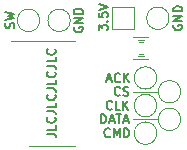
<source format=gbr>
%TF.GenerationSoftware,KiCad,Pcbnew,(5.1.8)-1*%
%TF.CreationDate,2020-12-26T04:00:47+01:00*%
%TF.ProjectId,feikController pedal,6665696b-436f-46e7-9472-6f6c6c657220,rev?*%
%TF.SameCoordinates,Original*%
%TF.FileFunction,Legend,Top*%
%TF.FilePolarity,Positive*%
%FSLAX46Y46*%
G04 Gerber Fmt 4.6, Leading zero omitted, Abs format (unit mm)*
G04 Created by KiCad (PCBNEW (5.1.8)-1) date 2020-12-26 04:00:47*
%MOMM*%
%LPD*%
G01*
G04 APERTURE LIST*
%ADD10C,0.120000*%
%ADD11C,0.150000*%
G04 APERTURE END LIST*
D10*
X178308000Y-111836200D02*
X180416200Y-111836200D01*
X178308000Y-109499400D02*
X180441600Y-109499400D01*
D11*
X171039285Y-113065285D02*
X171575000Y-113065285D01*
X171682142Y-113101000D01*
X171753571Y-113172428D01*
X171789285Y-113279571D01*
X171789285Y-113351000D01*
X171789285Y-112351000D02*
X171789285Y-112708142D01*
X171039285Y-112708142D01*
X171717857Y-111672428D02*
X171753571Y-111708142D01*
X171789285Y-111815285D01*
X171789285Y-111886714D01*
X171753571Y-111993857D01*
X171682142Y-112065285D01*
X171610714Y-112101000D01*
X171467857Y-112136714D01*
X171360714Y-112136714D01*
X171217857Y-112101000D01*
X171146428Y-112065285D01*
X171075000Y-111993857D01*
X171039285Y-111886714D01*
X171039285Y-111815285D01*
X171075000Y-111708142D01*
X171110714Y-111672428D01*
X171039285Y-111136714D02*
X171575000Y-111136714D01*
X171682142Y-111172428D01*
X171753571Y-111243857D01*
X171789285Y-111351000D01*
X171789285Y-111422428D01*
X171789285Y-110422428D02*
X171789285Y-110779571D01*
X171039285Y-110779571D01*
X171717857Y-109743857D02*
X171753571Y-109779571D01*
X171789285Y-109886714D01*
X171789285Y-109958142D01*
X171753571Y-110065285D01*
X171682142Y-110136714D01*
X171610714Y-110172428D01*
X171467857Y-110208142D01*
X171360714Y-110208142D01*
X171217857Y-110172428D01*
X171146428Y-110136714D01*
X171075000Y-110065285D01*
X171039285Y-109958142D01*
X171039285Y-109886714D01*
X171075000Y-109779571D01*
X171110714Y-109743857D01*
X171039285Y-109208142D02*
X171575000Y-109208142D01*
X171682142Y-109243857D01*
X171753571Y-109315285D01*
X171789285Y-109422428D01*
X171789285Y-109493857D01*
X171789285Y-108493857D02*
X171789285Y-108851000D01*
X171039285Y-108851000D01*
X171717857Y-107815285D02*
X171753571Y-107851000D01*
X171789285Y-107958142D01*
X171789285Y-108029571D01*
X171753571Y-108136714D01*
X171682142Y-108208142D01*
X171610714Y-108243857D01*
X171467857Y-108279571D01*
X171360714Y-108279571D01*
X171217857Y-108243857D01*
X171146428Y-108208142D01*
X171075000Y-108136714D01*
X171039285Y-108029571D01*
X171039285Y-107958142D01*
X171075000Y-107851000D01*
X171110714Y-107815285D01*
X171039285Y-107279571D02*
X171575000Y-107279571D01*
X171682142Y-107315285D01*
X171753571Y-107386714D01*
X171789285Y-107493857D01*
X171789285Y-107565285D01*
X171789285Y-106565285D02*
X171789285Y-106922428D01*
X171039285Y-106922428D01*
X171717857Y-105886714D02*
X171753571Y-105922428D01*
X171789285Y-106029571D01*
X171789285Y-106101000D01*
X171753571Y-106208142D01*
X171682142Y-106279571D01*
X171610714Y-106315285D01*
X171467857Y-106351000D01*
X171360714Y-106351000D01*
X171217857Y-106315285D01*
X171146428Y-106279571D01*
X171075000Y-106208142D01*
X171039285Y-106101000D01*
X171039285Y-106029571D01*
X171075000Y-105922428D01*
X171110714Y-105886714D01*
D10*
%TO.C,C3*%
X178808233Y-106301000D02*
X179150767Y-106301000D01*
X178808233Y-105281000D02*
X179150767Y-105281000D01*
%TO.C,C1*%
X178377436Y-106701000D02*
X179581564Y-106701000D01*
X178377436Y-104881000D02*
X179581564Y-104881000D01*
%TO.C,C2*%
X178723548Y-106501000D02*
X179246052Y-106501000D01*
X178723548Y-105081000D02*
X179246052Y-105081000D01*
%TO.C,U1*%
X171455400Y-105197800D02*
X168005400Y-105197800D01*
X171455400Y-105197800D02*
X173405400Y-105197800D01*
X171455400Y-114067800D02*
X169505400Y-114067800D01*
X171455400Y-114067800D02*
X173405400Y-114067800D01*
%TO.C,GND*%
X173035000Y-103454200D02*
G75*
G03*
X173035000Y-103454200I-950000J0D01*
G01*
%TO.C,SW*%
X170444200Y-103454200D02*
G75*
G03*
X170444200Y-103454200I-950000J0D01*
G01*
%TO.C,3.5V*%
X178445200Y-102326400D02*
X178445200Y-104226400D01*
X176545200Y-102326400D02*
X178445200Y-102326400D01*
X176545200Y-104226400D02*
X176545200Y-102326400D01*
X178445200Y-104226400D02*
X176545200Y-104226400D01*
%TO.C,GND*%
X181391600Y-103276400D02*
G75*
G03*
X181391600Y-103276400I-950000J0D01*
G01*
%TO.C,ACK*%
X180350200Y-108331000D02*
G75*
G03*
X180350200Y-108331000I-950000J0D01*
G01*
%TO.C,CS*%
X182382200Y-109499400D02*
G75*
G03*
X182382200Y-109499400I-950000J0D01*
G01*
%TO.C,CMD*%
X180350200Y-113004600D02*
G75*
G03*
X180350200Y-113004600I-950000J0D01*
G01*
%TO.C,DATA*%
X182382200Y-111836200D02*
G75*
G03*
X182382200Y-111836200I-950000J0D01*
G01*
%TO.C,CLK*%
X180350200Y-110667800D02*
G75*
G03*
X180350200Y-110667800I-950000J0D01*
G01*
%TO.C,GND*%
D11*
X173386400Y-104025628D02*
X173350685Y-104097057D01*
X173350685Y-104204200D01*
X173386400Y-104311342D01*
X173457828Y-104382771D01*
X173529257Y-104418485D01*
X173672114Y-104454200D01*
X173779257Y-104454200D01*
X173922114Y-104418485D01*
X173993542Y-104382771D01*
X174064971Y-104311342D01*
X174100685Y-104204200D01*
X174100685Y-104132771D01*
X174064971Y-104025628D01*
X174029257Y-103989914D01*
X173779257Y-103989914D01*
X173779257Y-104132771D01*
X174100685Y-103668485D02*
X173350685Y-103668485D01*
X174100685Y-103239914D01*
X173350685Y-103239914D01*
X174100685Y-102882771D02*
X173350685Y-102882771D01*
X173350685Y-102704200D01*
X173386400Y-102597057D01*
X173457828Y-102525628D01*
X173529257Y-102489914D01*
X173672114Y-102454200D01*
X173779257Y-102454200D01*
X173922114Y-102489914D01*
X173993542Y-102525628D01*
X174064971Y-102597057D01*
X174100685Y-102704200D01*
X174100685Y-102882771D01*
%TO.C,SW*%
X168248371Y-104097057D02*
X168284085Y-103989914D01*
X168284085Y-103811342D01*
X168248371Y-103739914D01*
X168212657Y-103704200D01*
X168141228Y-103668485D01*
X168069800Y-103668485D01*
X167998371Y-103704200D01*
X167962657Y-103739914D01*
X167926942Y-103811342D01*
X167891228Y-103954200D01*
X167855514Y-104025628D01*
X167819800Y-104061342D01*
X167748371Y-104097057D01*
X167676942Y-104097057D01*
X167605514Y-104061342D01*
X167569800Y-104025628D01*
X167534085Y-103954200D01*
X167534085Y-103775628D01*
X167569800Y-103668485D01*
X167534085Y-103418485D02*
X168284085Y-103239914D01*
X167748371Y-103097057D01*
X168284085Y-102954200D01*
X167534085Y-102775628D01*
%TO.C,3.5V*%
X175433485Y-104307342D02*
X175433485Y-103843057D01*
X175719200Y-104093057D01*
X175719200Y-103985914D01*
X175754914Y-103914485D01*
X175790628Y-103878771D01*
X175862057Y-103843057D01*
X176040628Y-103843057D01*
X176112057Y-103878771D01*
X176147771Y-103914485D01*
X176183485Y-103985914D01*
X176183485Y-104200200D01*
X176147771Y-104271628D01*
X176112057Y-104307342D01*
X176112057Y-103521628D02*
X176147771Y-103485914D01*
X176183485Y-103521628D01*
X176147771Y-103557342D01*
X176112057Y-103521628D01*
X176183485Y-103521628D01*
X175433485Y-102807342D02*
X175433485Y-103164485D01*
X175790628Y-103200200D01*
X175754914Y-103164485D01*
X175719200Y-103093057D01*
X175719200Y-102914485D01*
X175754914Y-102843057D01*
X175790628Y-102807342D01*
X175862057Y-102771628D01*
X176040628Y-102771628D01*
X176112057Y-102807342D01*
X176147771Y-102843057D01*
X176183485Y-102914485D01*
X176183485Y-103093057D01*
X176147771Y-103164485D01*
X176112057Y-103200200D01*
X175433485Y-102557342D02*
X176183485Y-102307342D01*
X175433485Y-102057342D01*
%TO.C,GND*%
X181793800Y-103847828D02*
X181758085Y-103919257D01*
X181758085Y-104026400D01*
X181793800Y-104133542D01*
X181865228Y-104204971D01*
X181936657Y-104240685D01*
X182079514Y-104276400D01*
X182186657Y-104276400D01*
X182329514Y-104240685D01*
X182400942Y-104204971D01*
X182472371Y-104133542D01*
X182508085Y-104026400D01*
X182508085Y-103954971D01*
X182472371Y-103847828D01*
X182436657Y-103812114D01*
X182186657Y-103812114D01*
X182186657Y-103954971D01*
X182508085Y-103490685D02*
X181758085Y-103490685D01*
X182508085Y-103062114D01*
X181758085Y-103062114D01*
X182508085Y-102704971D02*
X181758085Y-102704971D01*
X181758085Y-102526400D01*
X181793800Y-102419257D01*
X181865228Y-102347828D01*
X181936657Y-102312114D01*
X182079514Y-102276400D01*
X182186657Y-102276400D01*
X182329514Y-102312114D01*
X182400942Y-102347828D01*
X182472371Y-102419257D01*
X182508085Y-102526400D01*
X182508085Y-102704971D01*
%TO.C,ACK*%
X176134828Y-108456000D02*
X176491971Y-108456000D01*
X176063400Y-108670285D02*
X176313400Y-107920285D01*
X176563400Y-108670285D01*
X177241971Y-108598857D02*
X177206257Y-108634571D01*
X177099114Y-108670285D01*
X177027685Y-108670285D01*
X176920542Y-108634571D01*
X176849114Y-108563142D01*
X176813400Y-108491714D01*
X176777685Y-108348857D01*
X176777685Y-108241714D01*
X176813400Y-108098857D01*
X176849114Y-108027428D01*
X176920542Y-107956000D01*
X177027685Y-107920285D01*
X177099114Y-107920285D01*
X177206257Y-107956000D01*
X177241971Y-107991714D01*
X177563400Y-108670285D02*
X177563400Y-107920285D01*
X177991971Y-108670285D02*
X177670542Y-108241714D01*
X177991971Y-107920285D02*
X177563400Y-108348857D01*
%TO.C,CS*%
X177243200Y-109767257D02*
X177207485Y-109802971D01*
X177100342Y-109838685D01*
X177028914Y-109838685D01*
X176921771Y-109802971D01*
X176850342Y-109731542D01*
X176814628Y-109660114D01*
X176778914Y-109517257D01*
X176778914Y-109410114D01*
X176814628Y-109267257D01*
X176850342Y-109195828D01*
X176921771Y-109124400D01*
X177028914Y-109088685D01*
X177100342Y-109088685D01*
X177207485Y-109124400D01*
X177243200Y-109160114D01*
X177528914Y-109802971D02*
X177636057Y-109838685D01*
X177814628Y-109838685D01*
X177886057Y-109802971D01*
X177921771Y-109767257D01*
X177957485Y-109695828D01*
X177957485Y-109624400D01*
X177921771Y-109552971D01*
X177886057Y-109517257D01*
X177814628Y-109481542D01*
X177671771Y-109445828D01*
X177600342Y-109410114D01*
X177564628Y-109374400D01*
X177528914Y-109302971D01*
X177528914Y-109231542D01*
X177564628Y-109160114D01*
X177600342Y-109124400D01*
X177671771Y-109088685D01*
X177850342Y-109088685D01*
X177957485Y-109124400D01*
%TO.C,CMD*%
X176390371Y-113272457D02*
X176354657Y-113308171D01*
X176247514Y-113343885D01*
X176176085Y-113343885D01*
X176068942Y-113308171D01*
X175997514Y-113236742D01*
X175961800Y-113165314D01*
X175926085Y-113022457D01*
X175926085Y-112915314D01*
X175961800Y-112772457D01*
X175997514Y-112701028D01*
X176068942Y-112629600D01*
X176176085Y-112593885D01*
X176247514Y-112593885D01*
X176354657Y-112629600D01*
X176390371Y-112665314D01*
X176711800Y-113343885D02*
X176711800Y-112593885D01*
X176961800Y-113129600D01*
X177211800Y-112593885D01*
X177211800Y-113343885D01*
X177568942Y-113343885D02*
X177568942Y-112593885D01*
X177747514Y-112593885D01*
X177854657Y-112629600D01*
X177926085Y-112701028D01*
X177961800Y-112772457D01*
X177997514Y-112915314D01*
X177997514Y-113022457D01*
X177961800Y-113165314D01*
X177926085Y-113236742D01*
X177854657Y-113308171D01*
X177747514Y-113343885D01*
X177568942Y-113343885D01*
%TO.C,DATA*%
X175633600Y-112175485D02*
X175633600Y-111425485D01*
X175812171Y-111425485D01*
X175919314Y-111461200D01*
X175990742Y-111532628D01*
X176026457Y-111604057D01*
X176062171Y-111746914D01*
X176062171Y-111854057D01*
X176026457Y-111996914D01*
X175990742Y-112068342D01*
X175919314Y-112139771D01*
X175812171Y-112175485D01*
X175633600Y-112175485D01*
X176347885Y-111961200D02*
X176705028Y-111961200D01*
X176276457Y-112175485D02*
X176526457Y-111425485D01*
X176776457Y-112175485D01*
X176919314Y-111425485D02*
X177347885Y-111425485D01*
X177133600Y-112175485D02*
X177133600Y-111425485D01*
X177562171Y-111961200D02*
X177919314Y-111961200D01*
X177490742Y-112175485D02*
X177740742Y-111425485D01*
X177990742Y-112175485D01*
%TO.C,CLK*%
X176566171Y-110935657D02*
X176530457Y-110971371D01*
X176423314Y-111007085D01*
X176351885Y-111007085D01*
X176244742Y-110971371D01*
X176173314Y-110899942D01*
X176137600Y-110828514D01*
X176101885Y-110685657D01*
X176101885Y-110578514D01*
X176137600Y-110435657D01*
X176173314Y-110364228D01*
X176244742Y-110292800D01*
X176351885Y-110257085D01*
X176423314Y-110257085D01*
X176530457Y-110292800D01*
X176566171Y-110328514D01*
X177244742Y-111007085D02*
X176887600Y-111007085D01*
X176887600Y-110257085D01*
X177494742Y-111007085D02*
X177494742Y-110257085D01*
X177923314Y-111007085D02*
X177601885Y-110578514D01*
X177923314Y-110257085D02*
X177494742Y-110685657D01*
%TD*%
M02*

</source>
